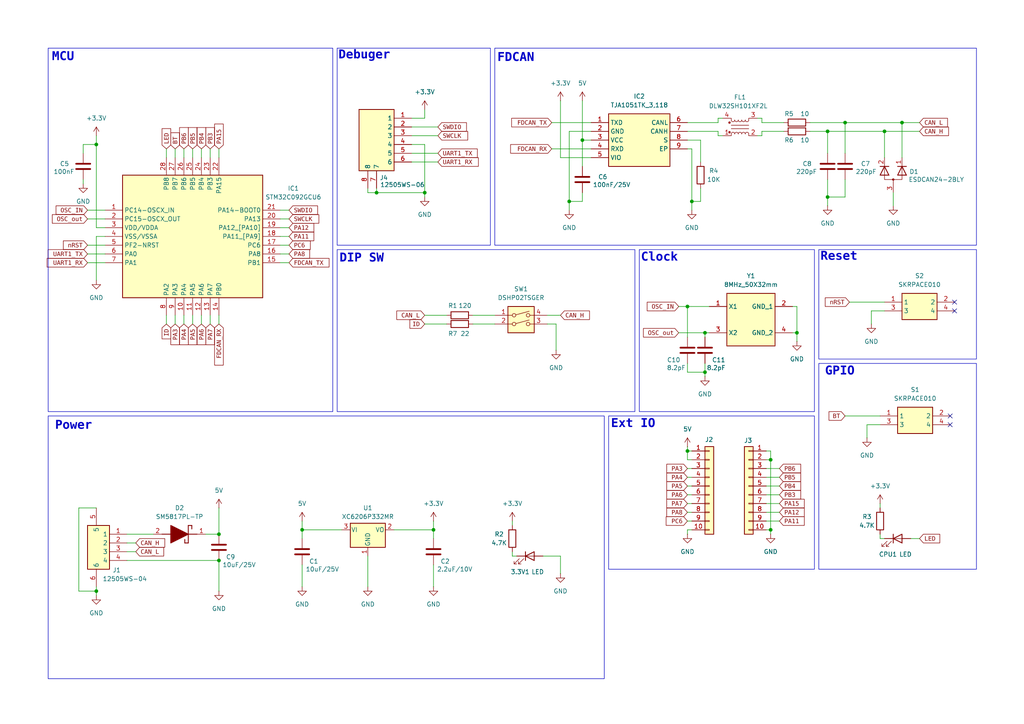
<source format=kicad_sch>
(kicad_sch (version 20231120) (generator "eeschema") (generator_version "8.0")
  (paper "A4")
  (title_block (title "STM32G0 FDCAN") (date "2025-04-26"))
  (lib_symbols
    (symbol "53261-0471:53261-0471"
      (property "Reference" "J4" (at 14.478 -7.366 0))
      (property "Value" "53261-0471" (at 14.478 -9.906 0))
      (symbol "53261-0471_1_1"
        (pin passive line (at 0 0 0) (length 5.08) (name "1") (number "1"))
        (pin passive line (at 0 -2.54 0) (length 5.08) (name "2") (number "2"))
        (pin passive line (at 0 -5.08 0) (length 5.08) (name "3") (number "3"))
        (pin passive line (at 0 -7.62 0) (length 5.08) (name "4") (number "4"))
        (pin passive line (at 0 -10.16 0) (length 5.08) (name "5") (number "5"))
        (pin passive line (at 0 -12.7 0) (length 5.08) (name "6") (number "6"))
        (pin passive line (at 10.16 -20.32 90) (length 5.08) (name "7") (number "7"))
        (pin passive line (at 12.7 -20.32 90) (length 5.08) (name "8") (number "8"))
      )
    )
    (symbol "B4B-PH-SM4-TB_LF__SN_:B4B-PH-SM4-TB_LF__SN_"
      (property "Reference" "J" (at 16.51 7.62 0))
      (property "Value" "B4B-PH-SM4-TB_LF__SN_" (at 16.51 5.08 0))
      (symbol "B4B-PH-SM4-TB_LF__SN__1_1"
        (pin passive line (at 20.32 0 180) (length 5.08) (name "1") (number "1"))
        (pin passive line (at 20.32 -2.54 180) (length 5.08) (name "2") (number "2"))
        (pin passive line (at 20.32 -5.08 180) (length 5.08) (name "3") (number "3"))
        (pin passive line (at 20.32 -7.62 180) (length 5.08) (name "4") (number "4"))
        (pin passive line (at 11.43 7.62 270) (length 5.08) (name "5") (number "5"))
        (pin passive line (at 11.43 -15.24 90) (length 5.08) (name "6") (number "6"))
      )
    )
    (symbol "Connector_Generic:Conn_01x10" (pin_names (offset 1.016) hide)
      (property "Reference" "J" (at 0 12.7 0))
      (property "Value" "Conn_01x10" (at 0 -15.24 0))
      (symbol "Conn_01x10_1_1"
        (pin passive line (at -5.08 10.16 0) (length 3.81) (name "Pin_1") (number "1"))
        (pin passive line (at -5.08 -12.7 0) (length 3.81) (name "Pin_10") (number "10"))
        (pin passive line (at -5.08 7.62 0) (length 3.81) (name "Pin_2") (number "2"))
        (pin passive line (at -5.08 5.08 0) (length 3.81) (name "Pin_3") (number "3"))
        (pin passive line (at -5.08 2.54 0) (length 3.81) (name "Pin_4") (number "4"))
        (pin passive line (at -5.08 0 0) (length 3.81) (name "Pin_5") (number "5"))
        (pin passive line (at -5.08 -2.54 0) (length 3.81) (name "Pin_6") (number "6"))
        (pin passive line (at -5.08 -5.08 0) (length 3.81) (name "Pin_7") (number "7"))
        (pin passive line (at -5.08 -7.62 0) (length 3.81) (name "Pin_8") (number "8"))
        (pin passive line (at -5.08 -10.16 0) (length 3.81) (name "Pin_9") (number "9"))
      )
    )
    (symbol "Device:C" (pin_numbers hide) (pin_names (offset 0.254))
      (property "Reference" "C" (at 0.635 2.54 0))
      (property "Value" "C" (at 0.635 -2.54 0))
      (symbol "C_1_1"
        (pin passive line (at 0 3.81 270) (length 2.794) (name "~") (number "1"))
        (pin passive line (at 0 -3.81 90) (length 2.794) (name "~") (number "2"))
      )
    )
    (symbol "Device:D_Dual_CommonAnode_KKA_Parallel" (pin_names (offset 0.762) hide)
      (property "Reference" "D" (at 0 5.08 0))
      (property "Value" "D_Dual_CommonAnode_KKA_Parallel" (at 0 -5.08 0))
      (symbol "D_Dual_CommonAnode_KKA_Parallel_0_1"
        (pin passive line (at 5.08 2.54 180) (length 2.54) (name "K") (number "1"))
        (pin passive line (at 5.08 -2.54 180) (length 2.54) (name "K") (number "2"))
        (pin passive line (at -5.08 0 0) (length 2.54) (name "A") (number "3"))
      )
    )
    (symbol "Device:LED" (pin_numbers hide) (pin_names (offset 1.016) hide)
      (property "Reference" "D" (at 0 2.54 0))
      (property "Value" "LED" (at 0 -2.54 0))
      (symbol "LED_1_1"
        (pin passive line (at -3.81 0 0) (length 2.54) (name "K") (number "1"))
        (pin passive line (at 3.81 0 180) (length 2.54) (name "A") (number "2"))
      )
    )
    (symbol "Device:R" (pin_numbers hide) (pin_names (offset 0))
      (property "Reference" "R" (at 2.032 0 90))
      (property "Value" "R" (at 0 0 90))
      (symbol "R_1_1"
        (pin passive line (at 0 3.81 270) (length 1.27) (name "~") (number "1"))
        (pin passive line (at 0 -3.81 90) (length 1.27) (name "~") (number "2"))
      )
    )
    (symbol "Filter:Choke_Coilcraft_0603USB-222" (pin_names (offset 0.254) hide)
      (property "Reference" "FL" (at 0 4.445 0))
      (property "Value" "Choke_Coilcraft_0603USB-222" (at 0 -4.445 0))
      (symbol "Choke_Coilcraft_0603USB-222_1_1"
        (pin passive line (at -5.08 2.54 0) (length 2.54) (name "1") (number "1"))
        (pin passive line (at 5.08 2.54 180) (length 2.54) (name "2") (number "2"))
        (pin passive line (at 5.08 -2.54 180) (length 2.54) (name "3") (number "3"))
        (pin passive line (at -5.08 -2.54 0) (length 2.54) (name "4") (number "4"))
      )
    )
    (symbol "Regulator_Linear:TPS7A0508PDBZ" (pin_names (offset 0.254))
      (property "Reference" "U" (at -3.81 3.175 0))
      (property "Value" "TPS7A0508PDBZ" (at 0 3.175 0))
      (symbol "TPS7A0508PDBZ_1_1"
        (pin power_in line (at 0 -7.62 90) (length 2.54) (name "GND") (number "1"))
        (pin power_out line (at 7.62 0 180) (length 2.54) (name "VO") (number "2"))
        (pin power_in line (at -7.62 0 0) (length 2.54) (name "VI") (number "3"))
      )
    )
    (symbol "SKRPACE010:SKRPACE010"
      (property "Reference" "S" (at 16.51 7.62 0))
      (property "Value" "SKRPACE010" (at 16.51 5.08 0))
      (symbol "SKRPACE010_1_1"
        (pin passive line (at 0 0 0) (length 5.08) (name "1") (number "1"))
        (pin passive line (at 20.32 0 180) (length 5.08) (name "2") (number "2"))
        (pin passive line (at 0 -2.54 0) (length 5.08) (name "3") (number "3"))
        (pin passive line (at 20.32 -2.54 180) (length 5.08) (name "4") (number "4"))
      )
    )
    (symbol "SM5817PL-TP:SM5817PL-TP" (pin_names hide)
      (property "Reference" "D" (at 12.7 8.89 0))
      (property "Value" "SM5817PL-TP" (at 12.7 6.35 0))
      (symbol "SM5817PL-TP_1_1"
        (pin passive line (at 2.54 0 0) (length 2.54) (name "K") (number "1"))
        (pin passive line (at 17.78 0 180) (length 2.54) (name "A") (number "2"))
      )
    )
    (symbol "STM32C051G8U6:STM32C092GCU6"
      (property "Reference" "IC" (at 46.99 15.24 0))
      (property "Value" "STM32C092GCU6" (at 46.99 12.7 0))
      (symbol "STM32C092GCU6_1_1"
        (pin passive line (at 0 0 0) (length 5.08) (name "PC14-OSCX_IN") (number "1"))
        (pin passive line (at 22.86 -30.48 90) (length 5.08) (name "PA4") (number "10"))
        (pin passive line (at 25.4 -30.48 90) (length 5.08) (name "PA5") (number "11"))
        (pin passive line (at 27.94 -30.48 90) (length 5.08) (name "PA6") (number "12"))
        (pin passive line (at 30.48 -30.48 90) (length 5.08) (name "PA7") (number "13"))
        (pin passive line (at 33.02 -30.48 90) (length 5.08) (name "PB0") (number "14"))
        (pin passive line (at 50.8 -15.24 180) (length 5.08) (name "PB1") (number "15"))
        (pin passive line (at 50.8 -12.7 180) (length 5.08) (name "PA8") (number "16"))
        (pin passive line (at 50.8 -10.16 180) (length 5.08) (name "PC6") (number "17"))
        (pin passive line (at 50.8 -7.62 180) (length 5.08) (name "PA11_[PA9]") (number "18"))
        (pin passive line (at 50.8 -5.08 180) (length 5.08) (name "PA12_[PA10]") (number "19"))
        (pin passive line (at 0 -2.54 0) (length 5.08) (name "PC15-OSCX_OUT") (number "2"))
        (pin passive line (at 50.8 -2.54 180) (length 5.08) (name "PA13") (number "20"))
        (pin passive line (at 50.8 0 180) (length 5.08) (name "PA14-BOOT0") (number "21"))
        (pin passive line (at 33.02 15.24 270) (length 5.08) (name "PA15") (number "22"))
        (pin passive line (at 30.48 15.24 270) (length 5.08) (name "PB3") (number "23"))
        (pin passive line (at 27.94 15.24 270) (length 5.08) (name "PB4") (number "24"))
        (pin passive line (at 25.4 15.24 270) (length 5.08) (name "PB5") (number "25"))
        (pin passive line (at 22.86 15.24 270) (length 5.08) (name "PB6") (number "26"))
        (pin passive line (at 20.32 15.24 270) (length 5.08) (name "PB7") (number "27"))
        (pin passive line (at 17.78 15.24 270) (length 5.08) (name "PB8") (number "28"))
        (pin passive line (at 0 -5.08 0) (length 5.08) (name "VDD/VDDA") (number "3"))
        (pin passive line (at 0 -7.62 0) (length 5.08) (name "VSS/VSSA") (number "4"))
        (pin passive line (at 0 -10.16 0) (length 5.08) (name "PF2-NRST") (number "5"))
        (pin passive line (at 0 -12.7 0) (length 5.08) (name "PA0") (number "6"))
        (pin passive line (at 0 -15.24 0) (length 5.08) (name "PA1") (number "7"))
        (pin passive line (at 17.78 -30.48 90) (length 5.08) (name "PA2") (number "8"))
        (pin passive line (at 20.32 -30.48 90) (length 5.08) (name "PA3") (number "9"))
      )
    )
    (symbol "Switch:SW_DIP_x02" (pin_names (offset 0) hide)
      (property "Reference" "SW" (at 0 6.35 0))
      (property "Value" "SW_DIP_x02" (at 0 -3.81 0))
      (symbol "SW_DIP_x02_1_1"
        (pin passive line (at -7.62 2.54 0) (length 5.08) (name "~") (number "1"))
        (pin passive line (at -7.62 0 0) (length 5.08) (name "~") (number "2"))
        (pin passive line (at 7.62 0 180) (length 5.08) (name "~") (number "3"))
        (pin passive line (at 7.62 2.54 180) (length 5.08) (name "~") (number "4"))
      )
    )
    (symbol "TJA1051TK_3_118:TJA1051TK_3,118"
      (property "Reference" "IC" (at 24.13 7.62 0))
      (property "Value" "TJA1051TK_3,118" (at 24.13 5.08 0))
      (symbol "TJA1051TK_3,118_1_1"
        (pin passive line (at 0 0 0) (length 5.08) (name "TXD") (number "1"))
        (pin passive line (at 0 -2.54 0) (length 5.08) (name "GND") (number "2"))
        (pin passive line (at 0 -5.08 0) (length 5.08) (name "VCC") (number "3"))
        (pin passive line (at 0 -7.62 0) (length 5.08) (name "RXD") (number "4"))
        (pin passive line (at 0 -10.16 0) (length 5.08) (name "VIO") (number "5"))
        (pin passive line (at 27.94 0 180) (length 5.08) (name "CANL") (number "6"))
        (pin passive line (at 27.94 -2.54 180) (length 5.08) (name "CANH") (number "7"))
        (pin passive line (at 27.94 -5.08 180) (length 5.08) (name "S") (number "8"))
        (pin passive line (at 27.94 -7.62 180) (length 5.08) (name "EP") (number "9"))
      )
    )
    (symbol "XTAL_50X32mm:XTAL_50X32mm"
      (property "Reference" "Y" (at 5.08 7.366 0))
      (property "Value" "XTAL_50X32mm" (at 5.08 4.826 0))
      (symbol "XTAL_50X32mm_1_1"
        (pin passive line (at 0 -1.27 0) (length 5.08) (name "X1") (number "1"))
        (pin passive line (at 24.13 -1.27 180) (length 5.08) (name "GND_1") (number "2"))
        (pin passive line (at 0 -8.89 0) (length 5.08) (name "X2") (number "3"))
        (pin passive line (at 24.13 -8.89 180) (length 5.08) (name "GND_2") (number "4"))
      )
    )
    (symbol "power:+3.3V" (power) (pin_numbers hide) (pin_names (offset 0) hide)
      (property "Value" "+3.3V" (at 0 3.556 0))
      (symbol "+3.3V_1_1"
        (pin power_in line (at 0 0 90) (length 0) (name "~") (number "1"))
      )
    )
    (symbol "power:GND" (power) (pin_numbers hide) (pin_names (offset 0) hide)
      (property "Value" "GND" (at 0 -3.81 0))
      (symbol "GND_1_1"
        (pin power_in line (at 0 0 270) (length 0) (name "~") (number "1"))
      )
    )
    (symbol "power:VCC" (power) (pin_numbers hide) (pin_names (offset 0) hide)
      (property "Value" "VCC" (at 0 3.556 0))
      (symbol "VCC_1_1"
        (pin power_in line (at 0 0 90) (length 0) (name "~") (number "1"))
      )
    )
  )
  (junction (at 204.47 107.95))
  (junction (at 240.03 57.15))
  (junction (at 199.39 130.81))
  (junction (at 125.73 153.67))
  (junction (at 87.63 153.67))
  (junction (at 27.94 41.91))
  (junction (at 199.39 88.9))
  (junction (at 165.1 58.42))
  (junction (at 231.14 96.52))
  (junction (at 223.52 153.67))
  (junction (at 256.54 38.1))
  (junction (at 261.62 35.56))
  (junction (at 123.19 55.88))
  (junction (at 204.47 96.52))
  (junction (at 223.52 133.35))
  (junction (at 168.91 40.64))
  (junction (at 109.22 55.88))
  (junction (at 63.5 162.56))
  (junction (at 240.03 38.1))
  (junction (at 63.5 154.94))
  (junction (at 27.94 171.45))
  (junction (at 245.11 35.56))
  (junction (at 200.66 58.42))
  (no_connect (at 276.86 87.63))
  (no_connect (at 275.59 123.19))
  (no_connect (at 275.59 120.65))
  (no_connect (at 276.86 90.17))
  (wire (pts (xy 255.27 156.21) (xy 255.27 154.94)))
  (wire (pts (xy 55.88 91.44) (xy 55.88 93.98)))
  (wire (pts (xy 162.56 166.37) (xy 162.56 161.29)))
  (wire (pts (xy 234.95 35.56) (xy 245.11 35.56)))
  (wire (pts (xy 127 39.37) (xy 119.38 39.37)))
  (wire (pts (xy 229.87 88.9) (xy 231.14 88.9)))
  (wire (pts (xy 137.16 93.98) (xy 143.51 93.98)))
  (wire (pts (xy 25.4 73.66) (xy 30.48 73.66)))
  (wire (pts (xy 256.54 90.17) (xy 252.73 90.17)))
  (wire (pts (xy 222.25 130.81) (xy 223.52 130.81)))
  (wire (pts (xy 36.83 162.56) (xy 63.5 162.56)))
  (wire (pts (xy 25.4 63.5) (xy 30.48 63.5)))
  (wire (pts (xy 162.56 29.21) (xy 162.56 45.72)))
  (wire (pts (xy 240.03 57.15) (xy 245.11 57.15)))
  (wire (pts (xy 245.11 120.65) (xy 255.27 120.65)))
  (wire (pts (xy 22.86 171.45) (xy 27.94 171.45)))
  (wire (pts (xy 58.42 91.44) (xy 58.42 93.98)))
  (wire (pts (xy 123.19 91.44) (xy 129.54 91.44)))
  (wire (pts (xy 171.45 38.1) (xy 165.1 38.1)))
  (wire (pts (xy 125.73 163.83) (xy 125.73 170.18)))
  (wire (pts (xy 245.11 57.15) (xy 245.11 52.07)))
  (wire (pts (xy 251.46 123.19) (xy 251.46 127)))
  (wire (pts (xy 240.03 52.07) (xy 240.03 57.15)))
  (wire (pts (xy 123.19 93.98) (xy 129.54 93.98)))
  (wire (pts (xy 196.85 88.9) (xy 199.39 88.9)))
  (wire (pts (xy 63.5 154.94) (xy 63.5 147.32)))
  (wire (pts (xy 165.1 58.42) (xy 165.1 60.96)))
  (wire (pts (xy 205.74 96.52) (xy 204.47 96.52)))
  (wire (pts (xy 87.63 163.83) (xy 87.63 170.18)))
  (wire (pts (xy 27.94 147.32) (xy 22.86 147.32)))
  (wire (pts (xy 25.4 76.2) (xy 30.48 76.2)))
  (wire (pts (xy 106.68 55.88) (xy 109.22 55.88)))
  (wire (pts (xy 27.94 68.58) (xy 27.94 81.28)))
  (wire (pts (xy 81.28 66.04) (xy 83.82 66.04)))
  (wire (pts (xy 24.13 41.91) (xy 27.94 41.91)))
  (wire (pts (xy 240.03 44.45) (xy 240.03 38.1)))
  (wire (pts (xy 148.59 161.29) (xy 148.59 160.02)))
  (wire (pts (xy 127 46.99) (xy 119.38 46.99)))
  (wire (pts (xy 48.26 43.18) (xy 48.26 45.72)))
  (wire (pts (xy 226.06 135.89) (xy 222.25 135.89)))
  (wire (pts (xy 168.91 48.26) (xy 168.91 40.64)))
  (wire (pts (xy 109.22 54.61) (xy 109.22 55.88)))
  (wire (pts (xy 203.2 54.61) (xy 203.2 58.42)))
  (wire (pts (xy 256.54 38.1) (xy 240.03 38.1)))
  (wire (pts (xy 83.82 76.2) (xy 81.28 76.2)))
  (wire (pts (xy 48.26 91.44) (xy 48.26 93.98)))
  (wire (pts (xy 199.39 148.59) (xy 200.66 148.59)))
  (wire (pts (xy 231.14 96.52) (xy 231.14 99.06)))
  (wire (pts (xy 81.28 71.12) (xy 83.82 71.12)))
  (wire (pts (xy 25.4 71.12) (xy 30.48 71.12)))
  (wire (pts (xy 53.34 45.72) (xy 53.34 43.18)))
  (wire (pts (xy 231.14 88.9) (xy 231.14 96.52)))
  (wire (pts (xy 240.03 57.15) (xy 240.03 59.69)))
  (wire (pts (xy 229.87 96.52) (xy 231.14 96.52)))
  (wire (pts (xy 161.29 93.98) (xy 161.29 101.6)))
  (wire (pts (xy 256.54 156.21) (xy 255.27 156.21)))
  (wire (pts (xy 27.94 171.45) (xy 27.94 170.18)))
  (wire (pts (xy 148.59 151.13) (xy 148.59 152.4)))
  (wire (pts (xy 200.66 58.42) (xy 200.66 60.96)))
  (wire (pts (xy 199.39 97.79) (xy 199.39 88.9)))
  (wire (pts (xy 226.06 146.05) (xy 222.25 146.05)))
  (wire (pts (xy 125.73 153.67) (xy 125.73 156.21)))
  (wire (pts (xy 199.39 138.43) (xy 200.66 138.43)))
  (wire (pts (xy 199.39 153.67) (xy 199.39 154.94)))
  (wire (pts (xy 149.86 161.29) (xy 148.59 161.29)))
  (wire (pts (xy 252.73 90.17) (xy 252.73 93.98)))
  (wire (pts (xy 63.5 154.94) (xy 59.69 154.94)))
  (wire (pts (xy 203.2 46.99) (xy 203.2 40.64)))
  (wire (pts (xy 200.66 58.42) (xy 203.2 58.42)))
  (wire (pts (xy 87.63 153.67) (xy 99.06 153.67)))
  (wire (pts (xy 200.66 43.18) (xy 200.66 58.42)))
  (wire (pts (xy 160.02 35.56) (xy 171.45 35.56)))
  (wire (pts (xy 58.42 45.72) (xy 58.42 43.18)))
  (wire (pts (xy 36.83 160.02) (xy 39.37 160.02)))
  (wire (pts (xy 256.54 38.1) (xy 266.7 38.1)))
  (wire (pts (xy 162.56 45.72) (xy 171.45 45.72)))
  (wire (pts (xy 87.63 156.21) (xy 87.63 153.67)))
  (wire (pts (xy 30.48 68.58) (xy 27.94 68.58)))
  (wire (pts (xy 204.47 105.41) (xy 204.47 107.95)))
  (wire (pts (xy 55.88 45.72) (xy 55.88 43.18)))
  (wire (pts (xy 220.98 38.1) (xy 227.33 38.1)))
  (wire (pts (xy 53.34 91.44) (xy 53.34 93.98)))
  (wire (pts (xy 261.62 35.56) (xy 266.7 35.56)))
  (wire (pts (xy 199.39 140.97) (xy 200.66 140.97)))
  (wire (pts (xy 162.56 91.44) (xy 158.75 91.44)))
  (wire (pts (xy 199.39 43.18) (xy 200.66 43.18)))
  (wire (pts (xy 36.83 157.48) (xy 39.37 157.48)))
  (wire (pts (xy 264.16 156.21) (xy 266.7 156.21)))
  (wire (pts (xy 137.16 91.44) (xy 143.51 91.44)))
  (wire (pts (xy 199.39 88.9) (xy 205.74 88.9)))
  (wire (pts (xy 255.27 146.05) (xy 255.27 147.32)))
  (wire (pts (xy 123.19 41.91) (xy 123.19 55.88)))
  (wire (pts (xy 199.39 105.41) (xy 199.39 107.95)))
  (wire (pts (xy 223.52 133.35) (xy 222.25 133.35)))
  (wire (pts (xy 219.71 39.37) (xy 220.98 39.37)))
  (wire (pts (xy 24.13 52.07) (xy 24.13 53.34)))
  (wire (pts (xy 220.98 39.37) (xy 220.98 38.1)))
  (wire (pts (xy 123.19 34.29) (xy 123.19 31.75)))
  (wire (pts (xy 208.28 34.29) (xy 209.55 34.29)))
  (wire (pts (xy 36.83 154.94) (xy 44.45 154.94)))
  (wire (pts (xy 25.4 60.96) (xy 30.48 60.96)))
  (wire (pts (xy 200.66 153.67) (xy 199.39 153.67)))
  (wire (pts (xy 220.98 35.56) (xy 227.33 35.56)))
  (wire (pts (xy 162.56 161.29) (xy 157.48 161.29)))
  (wire (pts (xy 60.96 91.44) (xy 60.96 93.98)))
  (wire (pts (xy 158.75 93.98) (xy 161.29 93.98)))
  (wire (pts (xy 165.1 38.1) (xy 165.1 58.42)))
  (wire (pts (xy 226.06 148.59) (xy 222.25 148.59)))
  (wire (pts (xy 106.68 54.61) (xy 106.68 55.88)))
  (wire (pts (xy 50.8 91.44) (xy 50.8 93.98)))
  (wire (pts (xy 199.39 143.51) (xy 200.66 143.51)))
  (wire (pts (xy 199.39 151.13) (xy 200.66 151.13)))
  (wire (pts (xy 234.95 38.1) (xy 240.03 38.1)))
  (wire (pts (xy 220.98 34.29) (xy 220.98 35.56)))
  (wire (pts (xy 199.39 130.81) (xy 200.66 130.81)))
  (wire (pts (xy 27.94 41.91) (xy 27.94 66.04)))
  (wire (pts (xy 63.5 45.72) (xy 63.5 43.18)))
  (wire (pts (xy 106.68 161.29) (xy 106.68 170.18)))
  (wire (pts (xy 27.94 172.72) (xy 27.94 171.45)))
  (wire (pts (xy 199.39 35.56) (xy 208.28 35.56)))
  (wire (pts (xy 204.47 107.95) (xy 204.47 109.22)))
  (wire (pts (xy 256.54 45.72) (xy 256.54 38.1)))
  (wire (pts (xy 63.5 93.98) (xy 63.5 91.44)))
  (wire (pts (xy 127 44.45) (xy 119.38 44.45)))
  (wire (pts (xy 63.5 171.45) (xy 63.5 162.56)))
  (wire (pts (xy 200.66 133.35) (xy 199.39 133.35)))
  (wire (pts (xy 168.91 58.42) (xy 165.1 58.42)))
  (wire (pts (xy 83.82 60.96) (xy 81.28 60.96)))
  (wire (pts (xy 199.39 38.1) (xy 208.28 38.1)))
  (wire (pts (xy 208.28 38.1) (xy 208.28 39.37)))
  (wire (pts (xy 196.85 96.52) (xy 204.47 96.52)))
  (wire (pts (xy 83.82 63.5) (xy 81.28 63.5)))
  (wire (pts (xy 81.28 68.58) (xy 83.82 68.58)))
  (wire (pts (xy 223.52 153.67) (xy 223.52 133.35)))
  (wire (pts (xy 81.28 73.66) (xy 83.82 73.66)))
  (wire (pts (xy 261.62 35.56) (xy 245.11 35.56)))
  (wire (pts (xy 226.06 140.97) (xy 222.25 140.97)))
  (wire (pts (xy 22.86 147.32) (xy 22.86 171.45)))
  (wire (pts (xy 123.19 55.88) (xy 123.19 57.15)))
  (wire (pts (xy 109.22 55.88) (xy 123.19 55.88)))
  (wire (pts (xy 168.91 40.64) (xy 171.45 40.64)))
  (wire (pts (xy 223.52 153.67) (xy 223.52 154.94)))
  (wire (pts (xy 119.38 34.29) (xy 123.19 34.29)))
  (wire (pts (xy 203.2 40.64) (xy 199.39 40.64)))
  (wire (pts (xy 219.71 34.29) (xy 220.98 34.29)))
  (wire (pts (xy 226.06 151.13) (xy 222.25 151.13)))
  (wire (pts (xy 204.47 96.52) (xy 204.47 97.79)))
  (wire (pts (xy 199.39 129.54) (xy 199.39 130.81)))
  (wire (pts (xy 160.02 43.18) (xy 171.45 43.18)))
  (wire (pts (xy 261.62 45.72) (xy 261.62 35.56)))
  (wire (pts (xy 114.3 153.67) (xy 125.73 153.67)))
  (wire (pts (xy 119.38 41.91) (xy 123.19 41.91)))
  (wire (pts (xy 255.27 123.19) (xy 251.46 123.19)))
  (wire (pts (xy 204.47 107.95) (xy 199.39 107.95)))
  (wire (pts (xy 222.25 153.67) (xy 223.52 153.67)))
  (wire (pts (xy 245.11 44.45) (xy 245.11 35.56)))
  (wire (pts (xy 246.38 87.63) (xy 256.54 87.63)))
  (wire (pts (xy 199.39 133.35) (xy 199.39 130.81)))
  (wire (pts (xy 226.06 143.51) (xy 222.25 143.51)))
  (wire (pts (xy 208.28 39.37) (xy 209.55 39.37)))
  (wire (pts (xy 168.91 29.21) (xy 168.91 40.64)))
  (wire (pts (xy 199.39 146.05) (xy 200.66 146.05)))
  (wire (pts (xy 50.8 43.18) (xy 50.8 45.72)))
  (wire (pts (xy 87.63 153.67) (xy 87.63 151.13)))
  (wire (pts (xy 226.06 138.43) (xy 222.25 138.43)))
  (wire (pts (xy 30.48 66.04) (xy 27.94 66.04)))
  (wire (pts (xy 199.39 135.89) (xy 200.66 135.89)))
  (wire (pts (xy 259.08 59.69) (xy 259.08 55.88)))
  (wire (pts (xy 223.52 130.81) (xy 223.52 133.35)))
  (wire (pts (xy 168.91 55.88) (xy 168.91 58.42)))
  (wire (pts (xy 125.73 151.13) (xy 125.73 153.67)))
  (wire (pts (xy 27.94 39.37) (xy 27.94 41.91)))
  (wire (pts (xy 24.13 44.45) (xy 24.13 41.91)))
  (wire (pts (xy 127 36.83) (xy 119.38 36.83)))
  (wire (pts (xy 208.28 35.56) (xy 208.28 34.29)))
  (wire (pts (xy 60.96 45.72) (xy 60.96 43.18)))
  (rectangle (start 237.49 72.39) (end 283.21 104.14))
  (rectangle (start 185.42 72.39) (end 236.22 119.38))
  (rectangle (start 13.97 13.97) (end 96.52 119.38))
  (rectangle (start 97.79 72.39) (end 184.15 119.38))
  (rectangle (start 237.49 105.41) (end 283.21 165.1))
  (rectangle (start 97.79 13.97) (end 142.24 71.12))
  (rectangle (start 143.51 13.97) (end 283.21 71.12))
  (rectangle (start 13.97 120.65) (end 175.26 196.85))
  (rectangle (start 176.53 120.65) (end 236.22 165.1))
  (text "Ext IO" (at 183.642 123.698 0) (effects (font (size 2.54 2.54) (thickness 0.254) (bold yes))))
  (text "Debuger" (at 105.664 16.764 0) (effects (font (size 2.54 2.54) (thickness 0.254) (bold yes))))
  (text "Power" (at 21.336 124.206 0) (effects (font (size 2.54 2.54) (thickness 0.254) (bold yes))))
  (text "Clock" (at 191.262 75.438 0) (effects (font (size 2.54 2.54) (thickness 0.254) (bold yes))))
  (text "GPIO" (at 243.586 108.458 0) (effects (font (size 2.54 2.54) (thickness 0.254) (bold yes))))
  (text "Reset" (at 243.332 75.184 0) (effects (font (size 2.54 2.54) (thickness 0.254) (bold yes))))
  (text "DIP SW" (at 104.902 75.692 0) (effects (font (size 2.54 2.54) (thickness 0.254) (bold yes))))
  (text "FDCAN" (at 149.606 17.526 0) (effects (font (size 2.54 2.54) (thickness 0.254) (bold yes))))
  (text "MCU" (at 18.288 17.272 0) (effects (font (size 2.54 2.54) (bold yes))))
  (global_label "PB5" (shape input) (at 55.88 43.18 90) (property "Intersheetrefs" "${INTERSHEET_REFS}" (effects (hide yes))))
  (global_label "OSC_IN" (shape input) (at 25.4 60.96 180) (property "Intersheetrefs" "${INTERSHEET_REFS}" (effects (hide yes))))
  (global_label "PA8" (shape input) (at 83.82 73.66 0) (property "Intersheetrefs" "${INTERSHEET_REFS}" (effects (hide yes))))
  (global_label "PB5" (shape input) (at 226.06 138.43 0) (property "Intersheetrefs" "${INTERSHEET_REFS}" (effects (hide yes))))
  (global_label "PA3" (shape input) (at 199.39 135.89 180) (property "Intersheetrefs" "${INTERSHEET_REFS}" (effects (hide yes))))
  (global_label "CAN_L" (shape input) (at 123.19 91.44 180) (property "Intersheetrefs" "${INTERSHEET_REFS}" (effects (hide yes))))
  (global_label "SWDIO" (shape input) (at 83.82 60.96 0) (property "Intersheetrefs" "${INTERSHEET_REFS}" (effects (hide yes))))
  (global_label "BT" (shape input) (at 245.11 120.65 180) (property "Intersheetrefs" "${INTERSHEET_REFS}" (effects (hide yes))))
  (global_label "PB6" (shape input) (at 226.06 135.89 0) (property "Intersheetrefs" "${INTERSHEET_REFS}" (effects (hide yes))))
  (global_label "PB3" (shape input) (at 226.06 143.51 0) (property "Intersheetrefs" "${INTERSHEET_REFS}" (effects (hide yes))))
  (global_label "CAN_H" (shape input) (at 39.37 157.48 0) (property "Intersheetrefs" "${INTERSHEET_REFS}" (effects (hide yes))))
  (global_label "PA11" (shape input) (at 226.06 151.13 0) (property "Intersheetrefs" "${INTERSHEET_REFS}" (effects (hide yes))))
  (global_label "FDCAN_TX" (shape input) (at 83.82 76.2 0) (property "Intersheetrefs" "${INTERSHEET_REFS}" (effects (hide yes))))
  (global_label "PA12" (shape input) (at 226.06 148.59 0) (property "Intersheetrefs" "${INTERSHEET_REFS}" (effects (hide yes))))
  (global_label "ID" (shape input) (at 123.19 93.98 180) (property "Intersheetrefs" "${INTERSHEET_REFS}" (effects (hide yes))))
  (global_label "PB6" (shape input) (at 53.34 43.18 90) (property "Intersheetrefs" "${INTERSHEET_REFS}" (effects (hide yes))))
  (global_label "UART1_RX" (shape input) (at 127 46.99 0) (property "Intersheetrefs" "${INTERSHEET_REFS}" (effects (hide yes))))
  (global_label "OSC_out" (shape input) (at 25.4 63.5 180) (property "Intersheetrefs" "${INTERSHEET_REFS}" (effects (hide yes))))
  (global_label "CAN_L" (shape input) (at 39.37 160.02 0) (property "Intersheetrefs" "${INTERSHEET_REFS}" (effects (hide yes))))
  (global_label "PA4" (shape input) (at 199.39 138.43 180) (property "Intersheetrefs" "${INTERSHEET_REFS}" (effects (hide yes))))
  (global_label "nRST" (shape input) (at 246.38 87.63 180) (property "Intersheetrefs" "${INTERSHEET_REFS}" (effects (hide yes))))
  (global_label "UART1_RX" (shape input) (at 25.4 76.2 180) (property "Intersheetrefs" "${INTERSHEET_REFS}" (effects (hide yes))))
  (global_label "PA8" (shape input) (at 199.39 148.59 180) (property "Intersheetrefs" "${INTERSHEET_REFS}" (effects (hide yes))))
  (global_label "CAN_H" (shape input) (at 266.7 38.1 0) (property "Intersheetrefs" "${INTERSHEET_REFS}" (effects (hide yes))))
  (global_label "ID" (shape input) (at 48.26 93.98 270) (property "Intersheetrefs" "${INTERSHEET_REFS}" (effects (hide yes))))
  (global_label "PA5" (shape input) (at 199.39 140.97 180) (property "Intersheetrefs" "${INTERSHEET_REFS}" (effects (hide yes))))
  (global_label "PC6" (shape input) (at 83.82 71.12 0) (property "Intersheetrefs" "${INTERSHEET_REFS}" (effects (hide yes))))
  (global_label "PA7" (shape input) (at 199.39 146.05 180) (property "Intersheetrefs" "${INTERSHEET_REFS}" (effects (hide yes))))
  (global_label "LED" (shape input) (at 266.7 156.21 0) (property "Intersheetrefs" "${INTERSHEET_REFS}" (effects (hide yes))))
  (global_label "PC6" (shape input) (at 199.39 151.13 180) (property "Intersheetrefs" "${INTERSHEET_REFS}" (effects (hide yes))))
  (global_label "PA6" (shape input) (at 199.39 143.51 180) (property "Intersheetrefs" "${INTERSHEET_REFS}" (effects (hide yes))))
  (global_label "PA3" (shape input) (at 50.8 93.98 270) (property "Intersheetrefs" "${INTERSHEET_REFS}" (effects (hide yes))))
  (global_label "PA5" (shape input) (at 55.88 93.98 270) (property "Intersheetrefs" "${INTERSHEET_REFS}" (effects (hide yes))))
  (global_label "PA4" (shape input) (at 53.34 93.98 270) (property "Intersheetrefs" "${INTERSHEET_REFS}" (effects (hide yes))))
  (global_label "UART1_TX" (shape input) (at 127 44.45 0) (property "Intersheetrefs" "${INTERSHEET_REFS}" (effects (hide yes))))
  (global_label "SWCLK" (shape input) (at 127 39.37 0) (property "Intersheetrefs" "${INTERSHEET_REFS}" (effects (hide yes))))
  (global_label "SWDIO" (shape input) (at 127 36.83 0) (property "Intersheetrefs" "${INTERSHEET_REFS}" (effects (hide yes))))
  (global_label "CAN_H" (shape input) (at 162.56 91.44 0) (property "Intersheetrefs" "${INTERSHEET_REFS}" (effects (hide yes))))
  (global_label "BT" (shape input) (at 50.8 43.18 90) (property "Intersheetrefs" "${INTERSHEET_REFS}" (effects (hide yes))))
  (global_label "SWCLK" (shape input) (at 83.82 63.5 0) (property "Intersheetrefs" "${INTERSHEET_REFS}" (effects (hide yes))))
  (global_label "PA12" (shape input) (at 83.82 66.04 0) (property "Intersheetrefs" "${INTERSHEET_REFS}" (effects (hide yes))))
  (global_label "PA15" (shape input) (at 226.06 146.05 0) (property "Intersheetrefs" "${INTERSHEET_REFS}" (effects (hide yes))))
  (global_label "FDCAN_TX" (shape input) (at 160.02 35.56 180) (property "Intersheetrefs" "${INTERSHEET_REFS}" (effects (hide yes))))
  (global_label "OSC_IN" (shape input) (at 196.85 88.9 180) (property "Intersheetrefs" "${INTERSHEET_REFS}" (effects (hide yes))))
  (global_label "LED" (shape input) (at 48.26 43.18 90) (property "Intersheetrefs" "${INTERSHEET_REFS}" (effects (hide yes))))
  (global_label "PA11" (shape input) (at 83.82 68.58 0) (property "Intersheetrefs" "${INTERSHEET_REFS}" (effects (hide yes))))
  (global_label "nRST" (shape input) (at 25.4 71.12 180) (property "Intersheetrefs" "${INTERSHEET_REFS}" (effects (hide yes))))
  (global_label "PA15" (shape input) (at 63.5 43.18 90) (property "Intersheetrefs" "${INTERSHEET_REFS}" (effects (hide yes))))
  (global_label "PB4" (shape input) (at 226.06 140.97 0) (property "Intersheetrefs" "${INTERSHEET_REFS}" (effects (hide yes))))
  (global_label "FDCAN_RX" (shape input) (at 160.02 43.18 180) (property "Intersheetrefs" "${INTERSHEET_REFS}" (effects (hide yes))))
  (global_label "PA7" (shape input) (at 60.96 93.98 270) (property "Intersheetrefs" "${INTERSHEET_REFS}" (effects (hide yes))))
  (global_label "UART1_TX" (shape input) (at 25.4 73.66 180) (property "Intersheetrefs" "${INTERSHEET_REFS}" (effects (hide yes))))
  (global_label "PA6" (shape input) (at 58.42 93.98 270) (property "Intersheetrefs" "${INTERSHEET_REFS}" (effects (hide yes))))
  (global_label "CAN_L" (shape input) (at 266.7 35.56 0) (property "Intersheetrefs" "${INTERSHEET_REFS}" (effects (hide yes))))
  (global_label "PB3" (shape input) (at 60.96 43.18 90) (property "Intersheetrefs" "${INTERSHEET_REFS}" (effects (hide yes))))
  (global_label "FDCAN_RX" (shape input) (at 63.5 93.98 270) (property "Intersheetrefs" "${INTERSHEET_REFS}" (effects (hide yes))))
  (global_label "OSC_out" (shape input) (at 196.85 96.52 180) (property "Intersheetrefs" "${INTERSHEET_REFS}" (effects (hide yes))))
  (global_label "PB4" (shape input) (at 58.42 43.18 90) (property "Intersheetrefs" "${INTERSHEET_REFS}" (effects (hide yes))))
  (symbol (lib_id "B4B-PH-SM4-TB_LF__SN_:B4B-PH-SM4-TB_LF__SN_") (at 16.51 154.94 0) (unit 1)
    (property "Reference" "J1" (at 35.052 165.354 0) (effects (justify right)))
    (property "Value" "12505WS-04" (at 42.672 167.894 0) (effects (justify right)))
    (property "Footprint" "53261-0471:53261-0471" (effects (hide yes)))
    (property "Datasheet" "https://datasheet.datasheetarchive.com/originals/distributors/Datasheets_SAMA/75c02eb1799788a6b14d7c521ee36df4.pdf" (effects (hide yes)))
    (property "Description" "PH SMT top entry shrouded header 4 way JST PH Series, 2mm Pitch 4 Way 1 Row Straight PCB Header, Solder Termination, 2A" (effects (hide yes)))
    (property "Mouser Part Number" "N/A" (effects (hide yes)))
    (property "Mouser Price/Stock" "https://www.mouser.co.uk/ProductDetail/JST-Commercial/B4B-PH-SM4-TBLFSN?qs=QpmGXVUTftEshE2WNd%252BKhA%3D%3D" (effects (hide yes)))
    (property "Manufacturer_Name" "JST (JAPAN SOLDERLESS TERMINALS)" (effects (hide yes)))
    (property "Manufacturer_Part_Number" "B4B-PH-SM4-TB(LF)(SN)" (effects (hide yes)))
  )
  (symbol (lib_id "Switch:SW_DIP_x02") (at 151.13 93.98 0) (unit 1)
    (property "Reference" "SW1" (at 151.13 83.82 0))
    (property "Value" "DSHP02TSGER" (at 151.13 86.36 0))
    (property "Footprint" "DSHP02TSGER:DSHP02TSGER" (effects (hide yes)))
    (property "Description" "2x DIP Switch, Single Pole Single Throw (SPST) switch, small symbol" (effects (hide yes)))
  )
  (symbol (lib_id "Regulator_Linear:TPS7A0508PDBZ") (at 106.68 153.67 0) (unit 1)
    (property "Reference" "U1" (at 106.68 147.32 0))
    (property "Value" "XC6206P332MR" (at 106.68 149.86 0))
    (property "Footprint" "Package_TO_SOT_SMD:SOT-23" (effects (hide yes)))
    (property "Datasheet" "https://www.ti.com/lit/ds/symlink/tps7a05.pdf" (effects (hide yes)))
    (property "Description" "300-mA LDO SOT-23-3" (effects (hide yes)))
  )
  (symbol (lib_id "SKRPACE010:SKRPACE010") (at 255.27 120.65 0) (unit 1)
    (property "Reference" "S1" (at 265.43 113.03 0))
    (property "Value" "SKRPACE010" (at 265.43 115.57 0))
    (property "Footprint" "SKRPACE010:SKRPACE010" (effects (hide yes)))
    (property "Datasheet" "http://www.alps.com/prod/info/E/HTML/Tact/SurfaceMount/SKRP/SKRPACE010.html" (effects (hide yes)))
    (property "Description" "Tactile Switches 4.2x3.2x2.5mm 260gf" (effects (hide yes)))
    (property "Mouser Part Number" "688-SKRPACE010" (effects (hide yes)))
    (property "Mouser Price/Stock" "https://www.mouser.co.uk/ProductDetail/Alps-Alpine/SKRPACE010?qs=dHDuPHwQO79W8iY66hDbLQ%3D%3D" (effects (hide yes)))
    (property "Manufacturer_Name" "ALPS Electric" (effects (hide yes)))
    (property "Manufacturer_Part_Number" "SKRPACE010" (effects (hide yes)))
  )
  (symbol (lib_id "Device:R") (at 231.14 35.56 270) (unit 1)
    (property "Reference" "R5" (at 228.854 33.02 90))
    (property "Value" "10" (at 233.426 33.02 90))
    (property "Footprint" "Resistor_SMD:R_0603_1608Metric" (effects (hide yes)))
  )
  (symbol (lib_id "power:GND") (at 162.56 166.37 0) (unit 1)
    (property "Reference" "#PWR010" (effects (hide yes)))
    (property "Value" "GND" (at 162.56 171.45 0))
    (property "Description" "Power symbol creates a global label with name \"GND\" , ground" (effects (hide yes)))
  )
  (symbol (lib_id "power:GND") (at 125.73 170.18 0) (unit 1)
    (property "Reference" "#PWR06" (effects (hide yes)))
    (property "Value" "GND" (at 125.73 175.26 0))
    (property "Description" "Power symbol creates a global label with name \"GND\" , ground" (effects (hide yes)))
  )
  (symbol (lib_id "power:GND") (at 252.73 93.98 0) (unit 1)
    (property "Reference" "#PWR012" (effects (hide yes)))
    (property "Value" "GND" (at 252.73 99.06 0))
    (property "Description" "Power symbol creates a global label with name \"GND\" , ground" (effects (hide yes)))
  )
  (symbol (lib_id "power:VCC") (at 168.91 29.21 0) (unit 1)
    (property "Reference" "#PWR014" (effects (hide yes)))
    (property "Value" "5V" (at 168.91 24.13 0))
    (property "Description" "Power symbol creates a global label with name \"VCC\"" (effects (hide yes)))
  )
  (symbol (lib_id "Connector_Generic:Conn_01x10") (at 217.17 140.97 0) (mirror y) (unit 1)
    (property "Reference" "J3" (at 218.186 127.762 0) (effects (justify left)))
    (property "Value" "Conn_01x10" (effects (hide yes)))
    (property "Footprint" "Connector_PinHeader_2.54mm:PinHeader_1x10_P2.54mm_Vertical" (effects (hide yes)))
    (property "Description" "Generic connector, single row, 01x10, script generated (kicad-library-utils/schlib/autogen/connector/)" (effects (hide yes)))
  )
  (symbol (lib_id "power:+3.3V") (at 27.94 39.37 0) (unit 1)
    (property "Reference" "#PWR01" (effects (hide yes)))
    (property "Value" "+3.3V" (at 27.94 34.29 0))
    (property "Description" "Power symbol creates a global label with name \"+3.3V\"" (effects (hide yes)))
  )
  (symbol (lib_id "power:GND") (at 87.63 170.18 0) (unit 1)
    (property "Reference" "#PWR04" (effects (hide yes)))
    (property "Value" "GND" (at 87.63 175.26 0))
    (property "Description" "Power symbol creates a global label with name \"GND\" , ground" (effects (hide yes)))
  )
  (symbol (lib_id "power:GND") (at 251.46 127 0) (unit 1)
    (property "Reference" "#PWR011" (effects (hide yes)))
    (property "Value" "GND" (at 251.46 132.08 0))
    (property "Description" "Power symbol creates a global label with name \"GND\" , ground" (effects (hide yes)))
  )
  (symbol (lib_id "power:GND") (at 161.29 101.6 0) (unit 1)
    (property "Reference" "#PWR031" (effects (hide yes)))
    (property "Value" "GND" (at 161.29 106.68 0))
    (property "Description" "Power symbol creates a global label with name \"GND\" , ground" (effects (hide yes)))
  )
  (symbol (lib_id "Device:C") (at 168.91 52.07 0) (unit 1)
    (property "Reference" "C6" (at 173.482 51.308 0) (effects (justify left)))
    (property "Value" "100nF/25V" (at 171.958 53.594 0) (effects (justify left)))
    (property "Footprint" "Capacitor_SMD:C_0603_1608Metric" (effects (hide yes)))
    (property "Description" "Unpolarized capacitor" (effects (hide yes)))
  )
  (symbol (lib_id "Filter:Choke_Coilcraft_0603USB-222") (at 214.63 36.83 0) (mirror x) (unit 1)
    (property "Reference" "FL1" (at 214.63 28.194 0))
    (property "Value" "DLW32SH101XF2L" (at 214.122 30.734 0))
    (property "Footprint" "DLW32SH101XF2L:DLW32SH101XF2L" (effects (hide yes)))
    (property "Datasheet" "https://www.coilcraft.com/pdfs/0603usb.pdf" (effects (hide yes)))
    (property "Description" "Common mode choke, 500mA, 250VAC, 150nH, 209mohm, 0.96Ghz," (effects (hide yes)))
  )
  (symbol (lib_id "Device:C") (at 240.03 48.26 0) (mirror y) (unit 1)
    (property "Reference" "C8" (at 235.458 47.498 0) (effects (justify left)))
    (property "Value" "220pF" (at 236.982 49.784 0) (effects (justify left)))
    (property "Footprint" "Capacitor_SMD:C_0603_1608Metric" (effects (hide yes)))
    (property "Description" "Unpolarized capacitor" (effects (hide yes)))
  )
  (symbol (lib_id "Device:LED") (at 260.35 156.21 0) (unit 1)
    (property "Reference" "CPU1" (at 257.556 160.782 0))
    (property "Value" "LED" (at 262.636 160.782 0))
    (property "Footprint" "LED_SMD:LED_0603_1608Metric" (effects (hide yes)))
  )
  (symbol (lib_id "power:VCC") (at 199.39 129.54 0) (unit 1)
    (property "Reference" "#PWR027" (effects (hide yes)))
    (property "Value" "5V" (at 199.39 124.46 0))
    (property "Description" "Power symbol creates a global label with name \"VCC\"" (effects (hide yes)))
  )
  (symbol (lib_id "TJA1051TK_3_118:TJA1051TK_3,118") (at 171.45 35.56 0) (unit 1)
    (property "Reference" "IC2" (at 185.42 27.94 0))
    (property "Value" "TJA1051TK_3,118" (at 185.42 30.48 0))
    (property "Footprint" "TJA1051TK_3,118:SON65P300X300X100-9N-D" (effects (hide yes)))
    (property "Datasheet" "http://www.nxp.com/docs/en/data-sheet/TJA1051.pdf" (effects (hide yes)))
    (property "Description" "High-speed CAN transceiver" (effects (hide yes)))
    (property "Height" "1" (effects (hide yes)))
    (property "Mouser Part Number" "771-TJA1051TK/3118" (effects (hide yes)))
    (property "Mouser Price/Stock" "https://www.mouser.co.uk/ProductDetail/NXP-Semiconductors/TJA1051TK-3118?qs=fhAOlxDPaYVrDQ2e4g%252BBJA%3D%3D" (effects (hide yes)))
    (property "Manufacturer_Name" "NXP" (effects (hide yes)))
    (property "Manufacturer_Part_Number" "TJA1051TK/3,118" (effects (hide yes)))
  )
  (symbol (lib_id "power:VCC") (at 63.5 147.32 0) (unit 1)
    (property "Reference" "#PWR019" (effects (hide yes)))
    (property "Value" "5V" (at 63.5 142.24 0))
    (property "Description" "Power symbol creates a global label with name \"VCC\"" (effects (hide yes)))
  )
  (symbol (lib_id "SKRPACE010:SKRPACE010") (at 256.54 87.63 0) (unit 1)
    (property "Reference" "S2" (at 266.7 80.01 0))
    (property "Value" "SKRPACE010" (at 266.7 82.55 0))
    (property "Footprint" "SKRPACE010:SKRPACE010" (effects (hide yes)))
    (property "Datasheet" "http://www.alps.com/prod/info/E/HTML/Tact/SurfaceMount/SKRP/SKRPACE010.html" (effects (hide yes)))
    (property "Description" "Tactile Switches 4.2x3.2x2.5mm 260gf" (effects (hide yes)))
    (property "Mouser Part Number" "688-SKRPACE010" (effects (hide yes)))
    (property "Mouser Price/Stock" "https://www.mouser.co.uk/ProductDetail/Alps-Alpine/SKRPACE010?qs=dHDuPHwQO79W8iY66hDbLQ%3D%3D" (effects (hide yes)))
    (property "Manufacturer_Name" "ALPS Electric" (effects (hide yes)))
    (property "Manufacturer_Part_Number" "SKRPACE010" (effects (hide yes)))
  )
  (symbol (lib_id "Device:LED") (at 153.67 161.29 0) (unit 1)
    (property "Reference" "3.3V1" (at 150.876 165.862 0))
    (property "Value" "LED" (at 155.956 165.862 0))
    (property "Footprint" "LED_SMD:LED_0603_1608Metric" (effects (hide yes)))
  )
  (symbol (lib_id "Device:R") (at 133.35 91.44 270) (unit 1)
    (property "Reference" "R1" (at 131.318 88.646 90))
    (property "Value" "120" (at 134.874 88.646 90))
    (property "Footprint" "Resistor_SMD:R_0603_1608Metric" (effects (hide yes)))
  )
  (symbol (lib_id "power:VCC") (at 87.63 151.13 0) (unit 1)
    (property "Reference" "#PWR03" (effects (hide yes)))
    (property "Value" "5V" (at 87.63 146.05 0))
    (property "Description" "Power symbol creates a global label with name \"VCC\"" (effects (hide yes)))
  )
  (symbol (lib_id "power:GND") (at 165.1 60.96 0) (unit 1)
    (property "Reference" "#PWR015" (effects (hide yes)))
    (property "Value" "GND" (at 165.1 66.04 0))
    (property "Description" "Power symbol creates a global label with name \"GND\" , ground" (effects (hide yes)))
  )
  (symbol (lib_id "Device:R") (at 148.59 156.21 0) (mirror x) (unit 1)
    (property "Reference" "R2" (at 144.78 154.94 0))
    (property "Value" "4.7K" (at 144.78 157.48 0))
    (property "Footprint" "Resistor_SMD:R_0603_1608Metric" (effects (hide yes)))
  )
  (symbol (lib_id "Device:R") (at 255.27 151.13 0) (mirror x) (unit 1)
    (property "Reference" "R3" (at 251.46 149.86 0))
    (property "Value" "4.7K" (at 251.46 152.4 0))
    (property "Footprint" "Resistor_SMD:R_0603_1608Metric" (effects (hide yes)))
  )
  (symbol (lib_id "Device:C") (at 63.5 158.75 0) (unit 1)
    (property "Reference" "C9" (at 65.532 161.544 0) (effects (justify left)))
    (property "Value" "10uF/25V" (at 64.516 163.83 0) (effects (justify left)))
    (property "Footprint" "Capacitor_SMD:C_0805_2012Metric" (effects (hide yes)))
    (property "Description" "Unpolarized capacitor" (effects (hide yes)))
  )
  (symbol (lib_id "power:GND") (at 223.52 154.94 0) (unit 1)
    (property "Reference" "#PWR025" (effects (hide yes)))
    (property "Value" "GND" (at 223.52 160.02 0))
    (property "Description" "Power symbol creates a global label with name \"GND\" , ground" (effects (hide yes)))
  )
  (symbol (lib_id "power:GND") (at 27.94 81.28 0) (unit 1)
    (property "Reference" "#PWR02" (effects (hide yes)))
    (property "Value" "GND" (at 27.94 86.36 0))
    (property "Description" "Power symbol creates a global label with name \"GND\" , ground" (effects (hide yes)))
  )
  (symbol (lib_id "Device:C") (at 204.47 101.6 0) (unit 1)
    (property "Reference" "C11" (at 206.502 104.394 0) (effects (justify left)))
    (property "Value" "8.2pF" (at 204.978 106.68 0) (effects (justify left)))
    (property "Footprint" "Capacitor_SMD:C_0603_1608Metric" (effects (hide yes)))
    (property "Description" "Unpolarized capacitor" (effects (hide yes)))
  )
  (symbol (lib_id "SM5817PL-TP:SM5817PL-TP") (at 62.23 154.94 180) (unit 1)
    (property "Reference" "D2" (at 52.07 147.32 0))
    (property "Value" "SM5817PL-TP" (at 52.07 149.86 0))
    (property "Footprint" "SM5817PL-TP:SOD3716X120N" (effects (hide yes)))
    (property "Datasheet" "https://mccsemi.com/pdf/Products/SM5817PL-SM5819PL(SOD-123FL).pdf" (effects (hide yes)))
    (property "Description" "Schottky Barrier Rectifiers" (effects (hide yes)))
    (property "Height" "1.2" (effects (hide yes)))
    (property "Mouser Part Number" "833-SM5817PL-TP" (effects (hide yes)))
    (property "Mouser Price/Stock" "https://www.mouser.co.uk/ProductDetail/Micro-Commercial-Components-MCC/SM5817PL-TP?qs=SdqRYZZ9IxAlhPsFLNd53A%3D%3D" (effects (hide yes)))
    (property "Manufacturer_Name" "MCC" (effects (hide yes)))
    (property "Manufacturer_Part_Number" "SM5817PL-TP" (effects (hide yes)))
  )
  (symbol (lib_id "Device:C") (at 245.11 48.26 0) (unit 1)
    (property "Reference" "C7" (at 249.682 47.498 0) (effects (justify left)))
    (property "Value" "220pF" (at 248.158 49.784 0) (effects (justify left)))
    (property "Footprint" "Capacitor_SMD:C_0603_1608Metric" (effects (hide yes)))
    (property "Description" "Unpolarized capacitor" (effects (hide yes)))
  )
  (symbol (lib_id "53261-0471:53261-0471") (at 119.38 34.29 0) (mirror y) (unit 1)
    (property "Reference" "J4" (at 112.522 51.562 0) (effects (justify left)))
    (property "Value" "12505WS-06" (at 123.19 53.594 0) (effects (justify left)))
    (property "Footprint" "53261-0671:532610671" (effects (hide yes)))
    (property "Datasheet" "http://www.molex.com/webdocs/datasheets/pdf/en-us//0532610471_PCB_HEADERS.pdf" (effects (hide yes)))
    (property "Description" "4 way SMT r/a header Molex PICOBLADE Series, Series Number 53261, 1.25mm Pitch 4 Way 1 Row Shrouded Right Angle PCB Header, Surface Mount" (effects (hide yes)))
    (property "Mouser Part Number" "538-53261-0471" (effects (hide yes)))
    (property "Mouser Price/Stock" "https://www.mouser.co.uk/ProductDetail/Molex/53261-0471?qs=%252B72YyncTwW9e3et3PwnEMw%3D%3D" (effects (hide yes)))
    (property "Manufacturer_Name" "Molex" (effects (hide yes)))
    (property "Manufacturer_Part_Number" "53261-0471" (effects (hide yes)))
  )
  (symbol (lib_id "power:+3.3V") (at 123.19 31.75 0) (unit 1)
    (property "Reference" "#PWR028" (effects (hide yes)))
    (property "Value" "+3.3V" (at 123.19 26.67 0))
    (property "Description" "Power symbol creates a global label with name \"+3.3V\"" (effects (hide yes)))
  )
  (symbol (lib_id "power:GND") (at 204.47 109.22 0) (unit 1)
    (property "Reference" "#PWR022" (effects (hide yes)))
    (property "Value" "GND" (at 204.47 114.3 0))
    (property "Description" "Power symbol creates a global label with name \"GND\" , ground" (effects (hide yes)))
  )
  (symbol (lib_id "power:GND") (at 123.19 57.15 0) (unit 1)
    (property "Reference" "#PWR029" (effects (hide yes)))
    (property "Value" "GND" (at 123.19 62.23 0))
    (property "Description" "Power symbol creates a global label with name \"GND\" , ground" (effects (hide yes)))
  )
  (symbol (lib_id "Device:D_Dual_CommonAnode_KKA_Parallel") (at 259.08 50.8 270) (mirror x) (unit 1)
    (property "Reference" "D1" (at 266.446 49.784 90) (effects (justify right)))
    (property "Value" "ESDCAN24-2BLY" (at 279.654 52.07 90) (effects (justify right)))
    (property "Footprint" "ESDCAN24-2BLY:SOT95P255X125-3N" (effects (hide yes)))
    (property "Description" "Dual diode, common anode on pin 1" (effects (hide yes)))
  )
  (symbol (lib_id "power:GND") (at 106.68 170.18 0) (unit 1)
    (property "Reference" "#PWR05" (effects (hide yes)))
    (property "Value" "GND" (at 106.68 175.26 0))
    (property "Description" "Power symbol creates a global label with name \"GND\" , ground" (effects (hide yes)))
  )
  (symbol (lib_id "Device:C") (at 199.39 101.6 0) (mirror y) (unit 1)
    (property "Reference" "C10" (at 197.358 104.394 0) (effects (justify left)))
    (property "Value" "8.2pF" (at 198.882 106.68 0) (effects (justify left)))
    (property "Footprint" "Capacitor_SMD:C_0603_1608Metric" (effects (hide yes)))
    (property "Description" "Unpolarized capacitor" (effects (hide yes)))
  )
  (symbol (lib_id "Connector_Generic:Conn_01x10") (at 205.74 140.97 0) (unit 1)
    (property "Reference" "J2" (at 204.47 127.508 0) (effects (justify left)))
    (property "Value" "Conn_01x10" (effects (hide yes)))
    (property "Footprint" "Connector_PinHeader_2.54mm:PinHeader_1x10_P2.54mm_Vertical" (effects (hide yes)))
    (property "Description" "Generic connector, single row, 01x10, script generated (kicad-library-utils/schlib/autogen/connector/)" (effects (hide yes)))
  )
  (symbol (lib_id "power:GND") (at 259.08 59.69 0) (unit 1)
    (property "Reference" "#PWR018" (effects (hide yes)))
    (property "Value" "GND" (at 259.08 64.77 0))
    (property "Description" "Power symbol creates a global label with name \"GND\" , ground" (effects (hide yes)))
  )
  (symbol (lib_id "power:GND") (at 24.13 53.34 0) (unit 1)
    (property "Reference" "#PWR07" (effects (hide yes)))
    (property "Value" "GND" (at 24.13 58.42 0))
    (property "Description" "Power symbol creates a global label with name \"GND\" , ground" (effects (hide yes)))
  )
  (symbol (lib_id "Device:C") (at 125.73 160.02 0) (unit 1)
    (property "Reference" "C2" (at 127.762 162.814 0) (effects (justify left)))
    (property "Value" "2.2uF/10V" (at 126.746 165.1 0) (effects (justify left)))
    (property "Footprint" "Capacitor_SMD:C_0805_2012Metric" (effects (hide yes)))
    (property "Description" "Unpolarized capacitor" (effects (hide yes)))
  )
  (symbol (lib_id "XTAL_50X32mm:XTAL_50X32mm") (at 205.74 87.63 0) (unit 1)
    (property "Reference" "Y1" (at 217.805 80.01 0))
    (property "Value" "8MHz_50X32mm" (at 217.805 82.55 0))
    (property "Footprint" "XTAL_50X32mm:XTAL_50X32mm" (effects (hide yes)))
    (property "Datasheet" "https://abracon.com/Resonators/ABM3C.pdf" (effects (hide yes)))
    (property "Description" "20 MHz +/-30ppm Crystal 18pF 50 Ohms 4-SMD, No Lead" (effects (hide yes)))
    (property "Height" "1.3" (effects (hide yes)))
    (property "Mouser Part Number" "815-ABM3C-20-D4YT" (effects (hide yes)))
    (property "Mouser Price/Stock" "https://www.mouser.co.uk/ProductDetail/ABRACON/ABM3C-20000MHZ-D4Y-T?qs=hxOQwdLlgerISTN%2FeDki%2FQ%3D%3D" (effects (hide yes)))
    (property "Manufacturer_Name" "ABRACON" (effects (hide yes)))
    (property "Manufacturer_Part_Number" "XTAL_50X32mm" (effects (hide yes)))
  )
  (symbol (lib_id "power:GND") (at 199.39 154.94 0) (unit 1)
    (property "Reference" "#PWR024" (effects (hide yes)))
    (property "Value" "GND" (at 199.39 160.02 0))
    (property "Description" "Power symbol creates a global label with name \"GND\" , ground" (effects (hide yes)))
  )
  (symbol (lib_id "power:GND") (at 27.94 172.72 0) (unit 1)
    (property "Reference" "#PWR021" (effects (hide yes)))
    (property "Value" "GND" (at 27.94 177.8 0))
    (property "Description" "Power symbol creates a global label with name \"GND\" , ground" (effects (hide yes)))
  )
  (symbol (lib_id "Device:R") (at 133.35 93.98 270) (mirror x) (unit 1)
    (property "Reference" "R7" (at 131.318 96.774 90))
    (property "Value" "22" (at 134.874 96.774 90))
    (property "Footprint" "Resistor_SMD:R_0603_1608Metric" (effects (hide yes)))
  )
  (symbol (lib_id "power:GND") (at 200.66 60.96 0) (unit 1)
    (property "Reference" "#PWR016" (effects (hide yes)))
    (property "Value" "GND" (at 200.66 66.04 0))
    (property "Description" "Power symbol creates a global label with name \"GND\" , ground" (effects (hide yes)))
  )
  (symbol (lib_id "power:+3.3V") (at 162.56 29.21 0) (unit 1)
    (property "Reference" "#PWR013" (effects (hide yes)))
    (property "Value" "+3.3V" (at 162.56 24.13 0))
    (property "Description" "Power symbol creates a global label with name \"+3.3V\"" (effects (hide yes)))
  )
  (symbol (lib_id "Device:R") (at 203.2 50.8 180) (unit 1)
    (property "Reference" "R4" (at 207.01 49.53 0))
    (property "Value" "10K" (at 207.01 52.07 0))
    (property "Footprint" "Resistor_SMD:R_0603_1608Metric" (effects (hide yes)))
  )
  (symbol (lib_id "Device:R") (at 231.14 38.1 270) (mirror x) (unit 1)
    (property "Reference" "R6" (at 228.854 40.64 90))
    (property "Value" "10" (at 233.426 40.64 90))
    (property "Footprint" "Resistor_SMD:R_0603_1608Metric" (effects (hide yes)))
  )
  (symbol (lib_id "power:+3.3V") (at 125.73 151.13 0) (unit 1)
    (property "Reference" "#PWR030" (effects (hide yes)))
    (property "Value" "+3.3V" (at 125.73 146.05 0))
    (property "Description" "Power symbol creates a global label with name \"+3.3V\"" (effects (hide yes)))
  )
  (symbol (lib_id "STM32C051G8U6:STM32C092GCU6") (at 30.48 60.96 0) (unit 1)
    (property "Reference" "IC1" (at 85.09 54.6414 0))
    (property "Value" "STM32C092GCU6" (at 85.09 57.1814 0))
    (property "Footprint" "STM32C092GCU6:QFN50P400X400X60-28N-D" (effects (hide yes)))
    (property "Datasheet" "https://www.st.com/resource/en/datasheet/stm32c051c6.pdf" (effects (hide yes)))
    (property "Description" "Mainstream Arm Cortex-M0+ MCU with 64 Kbytes of Flash memory, 12 Kbytes RAM, 48 MHz CPU, 2x USART, timers, ADC, comm. I/F, USB FS, 2-3.6V" (effects (hide yes)))
    (property "Height" "0.6" (effects (hide yes)))
    (property "Manufacturer_Name" "STMicroelectronics" (effects (hide yes)))
    (property "Manufacturer_Part_Number" "STM32C051G8U6" (effects (hide yes)))
  )
  (symbol (lib_id "power:+3.3V") (at 148.59 151.13 0) (unit 1)
    (property "Reference" "#PWR09" (effects (hide yes)))
    (property "Value" "+3.3V" (at 148.59 146.05 0))
    (property "Description" "Power symbol creates a global label with name \"+3.3V\"" (effects (hide yes)))
  )
  (symbol (lib_id "power:+3.3V") (at 255.27 146.05 0) (unit 1)
    (property "Reference" "#PWR08" (effects (hide yes)))
    (property "Value" "+3.3V" (at 255.27 140.97 0))
    (property "Description" "Power symbol creates a global label with name \"+3.3V\"" (effects (hide yes)))
  )
  (symbol (lib_id "Device:C") (at 24.13 48.26 0) (mirror y) (unit 1)
    (property "Reference" "C5" (at 20.066 47.498 0) (effects (justify left)))
    (property "Value" "100nF" (at 21.59 49.784 0) (effects (justify left)))
    (property "Footprint" "Capacitor_SMD:C_0603_1608Metric" (effects (hide yes)))
    (property "Description" "Unpolarized capacitor" (effects (hide yes)))
  )
  (symbol (lib_id "power:GND") (at 231.14 99.06 0) (unit 1)
    (property "Reference" "#PWR023" (effects (hide yes)))
    (property "Value" "GND" (at 231.14 104.14 0))
    (property "Description" "Power symbol creates a global label with name \"GND\" , ground" (effects (hide yes)))
  )
  (symbol (lib_id "power:GND") (at 240.03 59.69 0) (unit 1)
    (property "Reference" "#PWR017" (effects (hide yes)))
    (property "Value" "GND" (at 240.03 64.77 0))
    (property "Description" "Power symbol creates a global label with name \"GND\" , ground" (effects (hide yes)))
  )
  (symbol (lib_id "power:GND") (at 63.5 171.45 0) (unit 1)
    (property "Reference" "#PWR020" (effects (hide yes)))
    (property "Value" "GND" (at 63.5 176.53 0))
    (property "Description" "Power symbol creates a global label with name \"GND\" , ground" (effects (hide yes)))
  )
  (symbol (lib_id "Device:C") (at 87.63 160.02 0) (unit 1)
    (property "Reference" "C1" (at 89.662 162.814 0) (effects (justify left)))
    (property "Value" "10uF/25V" (at 88.646 165.1 0) (effects (justify left)))
    (property "Footprint" "Capacitor_SMD:C_0805_2012Metric" (effects (hide yes)))
    (property "Description" "Unpolarized capacitor" (effects (hide yes)))
  )
)
</source>
